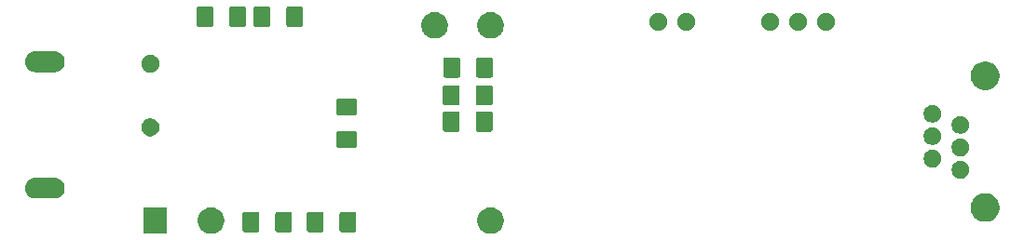
<source format=gbs>
G04 #@! TF.GenerationSoftware,KiCad,Pcbnew,(5.1.6)-1*
G04 #@! TF.CreationDate,2020-11-26T14:04:52+01:00*
G04 #@! TF.ProjectId,IsolationBarrier,49736f6c-6174-4696-9f6e-426172726965,rev?*
G04 #@! TF.SameCoordinates,Original*
G04 #@! TF.FileFunction,Soldermask,Bot*
G04 #@! TF.FilePolarity,Negative*
%FSLAX46Y46*%
G04 Gerber Fmt 4.6, Leading zero omitted, Abs format (unit mm)*
G04 Created by KiCad (PCBNEW (5.1.6)-1) date 2020-11-26 14:04:52*
%MOMM*%
%LPD*%
G01*
G04 APERTURE LIST*
%ADD10C,0.100000*%
G04 APERTURE END LIST*
D10*
G36*
X47582000Y-108742300D02*
G01*
X45480000Y-108742300D01*
X45480000Y-106340300D01*
X47582000Y-106340300D01*
X47582000Y-108742300D01*
G37*
G36*
X51961318Y-106386453D02*
G01*
X52179885Y-106476987D01*
X52179887Y-106476988D01*
X52376593Y-106608422D01*
X52543878Y-106775707D01*
X52665635Y-106957931D01*
X52675313Y-106972415D01*
X52765847Y-107190982D01*
X52812000Y-107423010D01*
X52812000Y-107659590D01*
X52765847Y-107891618D01*
X52675313Y-108110185D01*
X52675312Y-108110187D01*
X52543878Y-108306893D01*
X52376593Y-108474178D01*
X52179887Y-108605612D01*
X52179886Y-108605613D01*
X52179885Y-108605613D01*
X51961318Y-108696147D01*
X51729290Y-108742300D01*
X51492710Y-108742300D01*
X51260682Y-108696147D01*
X51042115Y-108605613D01*
X51042114Y-108605613D01*
X51042113Y-108605612D01*
X50845407Y-108474178D01*
X50678122Y-108306893D01*
X50546688Y-108110187D01*
X50546687Y-108110185D01*
X50456153Y-107891618D01*
X50410000Y-107659590D01*
X50410000Y-107423010D01*
X50456153Y-107190982D01*
X50546687Y-106972415D01*
X50556365Y-106957931D01*
X50678122Y-106775707D01*
X50845407Y-106608422D01*
X51042113Y-106476988D01*
X51042115Y-106476987D01*
X51260682Y-106386453D01*
X51492710Y-106340300D01*
X51729290Y-106340300D01*
X51961318Y-106386453D01*
G37*
G36*
X77361318Y-106386453D02*
G01*
X77579885Y-106476987D01*
X77579887Y-106476988D01*
X77776593Y-106608422D01*
X77943878Y-106775707D01*
X78065635Y-106957931D01*
X78075313Y-106972415D01*
X78165847Y-107190982D01*
X78212000Y-107423010D01*
X78212000Y-107659590D01*
X78165847Y-107891618D01*
X78075313Y-108110185D01*
X78075312Y-108110187D01*
X77943878Y-108306893D01*
X77776593Y-108474178D01*
X77579887Y-108605612D01*
X77579886Y-108605613D01*
X77579885Y-108605613D01*
X77361318Y-108696147D01*
X77129290Y-108742300D01*
X76892710Y-108742300D01*
X76660682Y-108696147D01*
X76442115Y-108605613D01*
X76442114Y-108605613D01*
X76442113Y-108605612D01*
X76245407Y-108474178D01*
X76078122Y-108306893D01*
X75946688Y-108110187D01*
X75946687Y-108110185D01*
X75856153Y-107891618D01*
X75810000Y-107659590D01*
X75810000Y-107423010D01*
X75856153Y-107190982D01*
X75946687Y-106972415D01*
X75956365Y-106957931D01*
X76078122Y-106775707D01*
X76245407Y-106608422D01*
X76442113Y-106476988D01*
X76442115Y-106476987D01*
X76660682Y-106386453D01*
X76892710Y-106340300D01*
X77129290Y-106340300D01*
X77361318Y-106386453D01*
G37*
G36*
X58828062Y-106746481D02*
G01*
X58862981Y-106757074D01*
X58895163Y-106774276D01*
X58923373Y-106797427D01*
X58946524Y-106825637D01*
X58963726Y-106857819D01*
X58974319Y-106892738D01*
X58978500Y-106935195D01*
X58978500Y-108401405D01*
X58974319Y-108443862D01*
X58963726Y-108478781D01*
X58946524Y-108510963D01*
X58923373Y-108539173D01*
X58895163Y-108562324D01*
X58862981Y-108579526D01*
X58828062Y-108590119D01*
X58785605Y-108594300D01*
X57644395Y-108594300D01*
X57601938Y-108590119D01*
X57567019Y-108579526D01*
X57534837Y-108562324D01*
X57506627Y-108539173D01*
X57483476Y-108510963D01*
X57466274Y-108478781D01*
X57455681Y-108443862D01*
X57451500Y-108401405D01*
X57451500Y-106935195D01*
X57455681Y-106892738D01*
X57466274Y-106857819D01*
X57483476Y-106825637D01*
X57506627Y-106797427D01*
X57534837Y-106774276D01*
X57567019Y-106757074D01*
X57601938Y-106746481D01*
X57644395Y-106742300D01*
X58785605Y-106742300D01*
X58828062Y-106746481D01*
G37*
G36*
X55853062Y-106746481D02*
G01*
X55887981Y-106757074D01*
X55920163Y-106774276D01*
X55948373Y-106797427D01*
X55971524Y-106825637D01*
X55988726Y-106857819D01*
X55999319Y-106892738D01*
X56003500Y-106935195D01*
X56003500Y-108401405D01*
X55999319Y-108443862D01*
X55988726Y-108478781D01*
X55971524Y-108510963D01*
X55948373Y-108539173D01*
X55920163Y-108562324D01*
X55887981Y-108579526D01*
X55853062Y-108590119D01*
X55810605Y-108594300D01*
X54669395Y-108594300D01*
X54626938Y-108590119D01*
X54592019Y-108579526D01*
X54559837Y-108562324D01*
X54531627Y-108539173D01*
X54508476Y-108510963D01*
X54491274Y-108478781D01*
X54480681Y-108443862D01*
X54476500Y-108401405D01*
X54476500Y-106935195D01*
X54480681Y-106892738D01*
X54491274Y-106857819D01*
X54508476Y-106825637D01*
X54531627Y-106797427D01*
X54559837Y-106774276D01*
X54592019Y-106757074D01*
X54626938Y-106746481D01*
X54669395Y-106742300D01*
X55810605Y-106742300D01*
X55853062Y-106746481D01*
G37*
G36*
X64670062Y-106746481D02*
G01*
X64704981Y-106757074D01*
X64737163Y-106774276D01*
X64765373Y-106797427D01*
X64788524Y-106825637D01*
X64805726Y-106857819D01*
X64816319Y-106892738D01*
X64820500Y-106935195D01*
X64820500Y-108401405D01*
X64816319Y-108443862D01*
X64805726Y-108478781D01*
X64788524Y-108510963D01*
X64765373Y-108539173D01*
X64737163Y-108562324D01*
X64704981Y-108579526D01*
X64670062Y-108590119D01*
X64627605Y-108594300D01*
X63486395Y-108594300D01*
X63443938Y-108590119D01*
X63409019Y-108579526D01*
X63376837Y-108562324D01*
X63348627Y-108539173D01*
X63325476Y-108510963D01*
X63308274Y-108478781D01*
X63297681Y-108443862D01*
X63293500Y-108401405D01*
X63293500Y-106935195D01*
X63297681Y-106892738D01*
X63308274Y-106857819D01*
X63325476Y-106825637D01*
X63348627Y-106797427D01*
X63376837Y-106774276D01*
X63409019Y-106757074D01*
X63443938Y-106746481D01*
X63486395Y-106742300D01*
X64627605Y-106742300D01*
X64670062Y-106746481D01*
G37*
G36*
X61695062Y-106746481D02*
G01*
X61729981Y-106757074D01*
X61762163Y-106774276D01*
X61790373Y-106797427D01*
X61813524Y-106825637D01*
X61830726Y-106857819D01*
X61841319Y-106892738D01*
X61845500Y-106935195D01*
X61845500Y-108401405D01*
X61841319Y-108443862D01*
X61830726Y-108478781D01*
X61813524Y-108510963D01*
X61790373Y-108539173D01*
X61762163Y-108562324D01*
X61729981Y-108579526D01*
X61695062Y-108590119D01*
X61652605Y-108594300D01*
X60511395Y-108594300D01*
X60468938Y-108590119D01*
X60434019Y-108579526D01*
X60401837Y-108562324D01*
X60373627Y-108539173D01*
X60350476Y-108510963D01*
X60333274Y-108478781D01*
X60322681Y-108443862D01*
X60318500Y-108401405D01*
X60318500Y-106935195D01*
X60322681Y-106892738D01*
X60333274Y-106857819D01*
X60350476Y-106825637D01*
X60373627Y-106797427D01*
X60401837Y-106774276D01*
X60434019Y-106757074D01*
X60468938Y-106746481D01*
X60511395Y-106742300D01*
X61652605Y-106742300D01*
X61695062Y-106746481D01*
G37*
G36*
X122330587Y-105107696D02*
G01*
X122567353Y-105205768D01*
X122567355Y-105205769D01*
X122659760Y-105267512D01*
X122780439Y-105348147D01*
X122961653Y-105529361D01*
X123104032Y-105742447D01*
X123202104Y-105979213D01*
X123252100Y-106230561D01*
X123252100Y-106486839D01*
X123202104Y-106738187D01*
X123131899Y-106907676D01*
X123104031Y-106974955D01*
X122961653Y-107188039D01*
X122780439Y-107369253D01*
X122567355Y-107511631D01*
X122567354Y-107511632D01*
X122567353Y-107511632D01*
X122330587Y-107609704D01*
X122079239Y-107659700D01*
X121822961Y-107659700D01*
X121571613Y-107609704D01*
X121334847Y-107511632D01*
X121334846Y-107511632D01*
X121334845Y-107511631D01*
X121121761Y-107369253D01*
X120940547Y-107188039D01*
X120798169Y-106974955D01*
X120770301Y-106907676D01*
X120700096Y-106738187D01*
X120650100Y-106486839D01*
X120650100Y-106230561D01*
X120700096Y-105979213D01*
X120798168Y-105742447D01*
X120940547Y-105529361D01*
X121121761Y-105348147D01*
X121242440Y-105267512D01*
X121334845Y-105205769D01*
X121334847Y-105205768D01*
X121571613Y-105107696D01*
X121822961Y-105057700D01*
X122079239Y-105057700D01*
X122330587Y-105107696D01*
G37*
G36*
X37544425Y-103654560D02*
G01*
X37544428Y-103654561D01*
X37544429Y-103654561D01*
X37723693Y-103708940D01*
X37723696Y-103708942D01*
X37723697Y-103708942D01*
X37888903Y-103797246D01*
X38033712Y-103916088D01*
X38152554Y-104060897D01*
X38240858Y-104226103D01*
X38240860Y-104226107D01*
X38295239Y-104405371D01*
X38295240Y-104405375D01*
X38313601Y-104591800D01*
X38295240Y-104778225D01*
X38295239Y-104778228D01*
X38295239Y-104778229D01*
X38240860Y-104957493D01*
X38240858Y-104957496D01*
X38240858Y-104957497D01*
X38152554Y-105122703D01*
X38033712Y-105267512D01*
X37888903Y-105386354D01*
X37723697Y-105474658D01*
X37723693Y-105474660D01*
X37544429Y-105529039D01*
X37544428Y-105529039D01*
X37544425Y-105529040D01*
X37404718Y-105542800D01*
X35611282Y-105542800D01*
X35471575Y-105529040D01*
X35471572Y-105529039D01*
X35471571Y-105529039D01*
X35292307Y-105474660D01*
X35292303Y-105474658D01*
X35127097Y-105386354D01*
X34982288Y-105267512D01*
X34863446Y-105122703D01*
X34775142Y-104957497D01*
X34775142Y-104957496D01*
X34775140Y-104957493D01*
X34720761Y-104778229D01*
X34720761Y-104778228D01*
X34720760Y-104778225D01*
X34702399Y-104591800D01*
X34720760Y-104405375D01*
X34720761Y-104405371D01*
X34775140Y-104226107D01*
X34775142Y-104226103D01*
X34863446Y-104060897D01*
X34982288Y-103916088D01*
X35127097Y-103797246D01*
X35292303Y-103708942D01*
X35292304Y-103708942D01*
X35292307Y-103708940D01*
X35471571Y-103654561D01*
X35471572Y-103654561D01*
X35471575Y-103654560D01*
X35611282Y-103640800D01*
X37404718Y-103640800D01*
X37544425Y-103654560D01*
G37*
G36*
X119953242Y-102126942D02*
G01*
X120101201Y-102188229D01*
X120234355Y-102277199D01*
X120347601Y-102390445D01*
X120436571Y-102523599D01*
X120497858Y-102671558D01*
X120529100Y-102828625D01*
X120529100Y-102988775D01*
X120497858Y-103145842D01*
X120436571Y-103293801D01*
X120347601Y-103426955D01*
X120234355Y-103540201D01*
X120101201Y-103629171D01*
X119953242Y-103690458D01*
X119796175Y-103721700D01*
X119636025Y-103721700D01*
X119478958Y-103690458D01*
X119330999Y-103629171D01*
X119197845Y-103540201D01*
X119084599Y-103426955D01*
X118995629Y-103293801D01*
X118934342Y-103145842D01*
X118903100Y-102988775D01*
X118903100Y-102828625D01*
X118934342Y-102671558D01*
X118995629Y-102523599D01*
X119084599Y-102390445D01*
X119197845Y-102277199D01*
X119330999Y-102188229D01*
X119478958Y-102126942D01*
X119636025Y-102095700D01*
X119796175Y-102095700D01*
X119953242Y-102126942D01*
G37*
G36*
X117413242Y-101106942D02*
G01*
X117561201Y-101168229D01*
X117694355Y-101257199D01*
X117807601Y-101370445D01*
X117896571Y-101503599D01*
X117957858Y-101651558D01*
X117989100Y-101808625D01*
X117989100Y-101968775D01*
X117957858Y-102125842D01*
X117896571Y-102273801D01*
X117807601Y-102406955D01*
X117694355Y-102520201D01*
X117561201Y-102609171D01*
X117413242Y-102670458D01*
X117256175Y-102701700D01*
X117096025Y-102701700D01*
X116938958Y-102670458D01*
X116790999Y-102609171D01*
X116657845Y-102520201D01*
X116544599Y-102406955D01*
X116455629Y-102273801D01*
X116394342Y-102125842D01*
X116363100Y-101968775D01*
X116363100Y-101808625D01*
X116394342Y-101651558D01*
X116455629Y-101503599D01*
X116544599Y-101370445D01*
X116657845Y-101257199D01*
X116790999Y-101168229D01*
X116938958Y-101106942D01*
X117096025Y-101075700D01*
X117256175Y-101075700D01*
X117413242Y-101106942D01*
G37*
G36*
X119953242Y-100086942D02*
G01*
X120101201Y-100148229D01*
X120234355Y-100237199D01*
X120347601Y-100350445D01*
X120436571Y-100483599D01*
X120497858Y-100631558D01*
X120529100Y-100788625D01*
X120529100Y-100948775D01*
X120497858Y-101105842D01*
X120436571Y-101253801D01*
X120347601Y-101386955D01*
X120234355Y-101500201D01*
X120101201Y-101589171D01*
X119953242Y-101650458D01*
X119796175Y-101681700D01*
X119636025Y-101681700D01*
X119478958Y-101650458D01*
X119330999Y-101589171D01*
X119197845Y-101500201D01*
X119084599Y-101386955D01*
X118995629Y-101253801D01*
X118934342Y-101105842D01*
X118903100Y-100948775D01*
X118903100Y-100788625D01*
X118934342Y-100631558D01*
X118995629Y-100483599D01*
X119084599Y-100350445D01*
X119197845Y-100237199D01*
X119330999Y-100148229D01*
X119478958Y-100086942D01*
X119636025Y-100055700D01*
X119796175Y-100055700D01*
X119953242Y-100086942D01*
G37*
G36*
X64705562Y-99415981D02*
G01*
X64740481Y-99426574D01*
X64772663Y-99443776D01*
X64800873Y-99466927D01*
X64824024Y-99495137D01*
X64841226Y-99527319D01*
X64851819Y-99562238D01*
X64856000Y-99604695D01*
X64856000Y-100745905D01*
X64851819Y-100788362D01*
X64841226Y-100823281D01*
X64824024Y-100855463D01*
X64800873Y-100883673D01*
X64772663Y-100906824D01*
X64740481Y-100924026D01*
X64705562Y-100934619D01*
X64663105Y-100938800D01*
X63196895Y-100938800D01*
X63154438Y-100934619D01*
X63119519Y-100924026D01*
X63087337Y-100906824D01*
X63059127Y-100883673D01*
X63035976Y-100855463D01*
X63018774Y-100823281D01*
X63008181Y-100788362D01*
X63004000Y-100745905D01*
X63004000Y-99604695D01*
X63008181Y-99562238D01*
X63018774Y-99527319D01*
X63035976Y-99495137D01*
X63059127Y-99466927D01*
X63087337Y-99443776D01*
X63119519Y-99426574D01*
X63154438Y-99415981D01*
X63196895Y-99411800D01*
X64663105Y-99411800D01*
X64705562Y-99415981D01*
G37*
G36*
X117413242Y-99066942D02*
G01*
X117561201Y-99128229D01*
X117694355Y-99217199D01*
X117807601Y-99330445D01*
X117896571Y-99463599D01*
X117957858Y-99611558D01*
X117989100Y-99768625D01*
X117989100Y-99928775D01*
X117957858Y-100085842D01*
X117896571Y-100233801D01*
X117807601Y-100366955D01*
X117694355Y-100480201D01*
X117561201Y-100569171D01*
X117413242Y-100630458D01*
X117256175Y-100661700D01*
X117096025Y-100661700D01*
X116938958Y-100630458D01*
X116790999Y-100569171D01*
X116657845Y-100480201D01*
X116544599Y-100366955D01*
X116455629Y-100233801D01*
X116394342Y-100085842D01*
X116363100Y-99928775D01*
X116363100Y-99768625D01*
X116394342Y-99611558D01*
X116455629Y-99463599D01*
X116544599Y-99330445D01*
X116657845Y-99217199D01*
X116790999Y-99128229D01*
X116938958Y-99066942D01*
X117096025Y-99035700D01*
X117256175Y-99035700D01*
X117413242Y-99066942D01*
G37*
G36*
X46328942Y-98281742D02*
G01*
X46476901Y-98343029D01*
X46610055Y-98431999D01*
X46723301Y-98545245D01*
X46812271Y-98678399D01*
X46873558Y-98826358D01*
X46904800Y-98983425D01*
X46904800Y-99143575D01*
X46873558Y-99300642D01*
X46812271Y-99448601D01*
X46723301Y-99581755D01*
X46610055Y-99695001D01*
X46476901Y-99783971D01*
X46328942Y-99845258D01*
X46171875Y-99876500D01*
X46011725Y-99876500D01*
X45854658Y-99845258D01*
X45706699Y-99783971D01*
X45573545Y-99695001D01*
X45460299Y-99581755D01*
X45371329Y-99448601D01*
X45310042Y-99300642D01*
X45278800Y-99143575D01*
X45278800Y-98983425D01*
X45310042Y-98826358D01*
X45371329Y-98678399D01*
X45460299Y-98545245D01*
X45573545Y-98431999D01*
X45706699Y-98343029D01*
X45854658Y-98281742D01*
X46011725Y-98250500D01*
X46171875Y-98250500D01*
X46328942Y-98281742D01*
G37*
G36*
X119953242Y-98046942D02*
G01*
X120101201Y-98108229D01*
X120234355Y-98197199D01*
X120347601Y-98310445D01*
X120436571Y-98443599D01*
X120497858Y-98591558D01*
X120529100Y-98748625D01*
X120529100Y-98908775D01*
X120497858Y-99065842D01*
X120436571Y-99213801D01*
X120347601Y-99346955D01*
X120234355Y-99460201D01*
X120101201Y-99549171D01*
X119953242Y-99610458D01*
X119796175Y-99641700D01*
X119636025Y-99641700D01*
X119478958Y-99610458D01*
X119330999Y-99549171D01*
X119197845Y-99460201D01*
X119084599Y-99346955D01*
X118995629Y-99213801D01*
X118934342Y-99065842D01*
X118903100Y-98908775D01*
X118903100Y-98748625D01*
X118934342Y-98591558D01*
X118995629Y-98443599D01*
X119084599Y-98310445D01*
X119197845Y-98197199D01*
X119330999Y-98108229D01*
X119478958Y-98046942D01*
X119636025Y-98015700D01*
X119796175Y-98015700D01*
X119953242Y-98046942D01*
G37*
G36*
X77035662Y-97608281D02*
G01*
X77070581Y-97618874D01*
X77102763Y-97636076D01*
X77130973Y-97659227D01*
X77154124Y-97687437D01*
X77171326Y-97719619D01*
X77181919Y-97754538D01*
X77186100Y-97796995D01*
X77186100Y-99263205D01*
X77181919Y-99305662D01*
X77171326Y-99340581D01*
X77154124Y-99372763D01*
X77130973Y-99400973D01*
X77102763Y-99424124D01*
X77070581Y-99441326D01*
X77035662Y-99451919D01*
X76993205Y-99456100D01*
X75851995Y-99456100D01*
X75809538Y-99451919D01*
X75774619Y-99441326D01*
X75742437Y-99424124D01*
X75714227Y-99400973D01*
X75691076Y-99372763D01*
X75673874Y-99340581D01*
X75663281Y-99305662D01*
X75659100Y-99263205D01*
X75659100Y-97796995D01*
X75663281Y-97754538D01*
X75673874Y-97719619D01*
X75691076Y-97687437D01*
X75714227Y-97659227D01*
X75742437Y-97636076D01*
X75774619Y-97618874D01*
X75809538Y-97608281D01*
X75851995Y-97604100D01*
X76993205Y-97604100D01*
X77035662Y-97608281D01*
G37*
G36*
X74060662Y-97608281D02*
G01*
X74095581Y-97618874D01*
X74127763Y-97636076D01*
X74155973Y-97659227D01*
X74179124Y-97687437D01*
X74196326Y-97719619D01*
X74206919Y-97754538D01*
X74211100Y-97796995D01*
X74211100Y-99263205D01*
X74206919Y-99305662D01*
X74196326Y-99340581D01*
X74179124Y-99372763D01*
X74155973Y-99400973D01*
X74127763Y-99424124D01*
X74095581Y-99441326D01*
X74060662Y-99451919D01*
X74018205Y-99456100D01*
X72876995Y-99456100D01*
X72834538Y-99451919D01*
X72799619Y-99441326D01*
X72767437Y-99424124D01*
X72739227Y-99400973D01*
X72716076Y-99372763D01*
X72698874Y-99340581D01*
X72688281Y-99305662D01*
X72684100Y-99263205D01*
X72684100Y-97796995D01*
X72688281Y-97754538D01*
X72698874Y-97719619D01*
X72716076Y-97687437D01*
X72739227Y-97659227D01*
X72767437Y-97636076D01*
X72799619Y-97618874D01*
X72834538Y-97608281D01*
X72876995Y-97604100D01*
X74018205Y-97604100D01*
X74060662Y-97608281D01*
G37*
G36*
X117413242Y-97026942D02*
G01*
X117561201Y-97088229D01*
X117694355Y-97177199D01*
X117807601Y-97290445D01*
X117896571Y-97423599D01*
X117957858Y-97571558D01*
X117989100Y-97728625D01*
X117989100Y-97888775D01*
X117957858Y-98045842D01*
X117896571Y-98193801D01*
X117807601Y-98326955D01*
X117694355Y-98440201D01*
X117561201Y-98529171D01*
X117413242Y-98590458D01*
X117256175Y-98621700D01*
X117096025Y-98621700D01*
X116938958Y-98590458D01*
X116790999Y-98529171D01*
X116657845Y-98440201D01*
X116544599Y-98326955D01*
X116455629Y-98193801D01*
X116394342Y-98045842D01*
X116363100Y-97888775D01*
X116363100Y-97728625D01*
X116394342Y-97571558D01*
X116455629Y-97423599D01*
X116544599Y-97290445D01*
X116657845Y-97177199D01*
X116790999Y-97088229D01*
X116938958Y-97026942D01*
X117096025Y-96995700D01*
X117256175Y-96995700D01*
X117413242Y-97026942D01*
G37*
G36*
X64705562Y-96440981D02*
G01*
X64740481Y-96451574D01*
X64772663Y-96468776D01*
X64800873Y-96491927D01*
X64824024Y-96520137D01*
X64841226Y-96552319D01*
X64851819Y-96587238D01*
X64856000Y-96629695D01*
X64856000Y-97770905D01*
X64851819Y-97813362D01*
X64841226Y-97848281D01*
X64824024Y-97880463D01*
X64800873Y-97908673D01*
X64772663Y-97931824D01*
X64740481Y-97949026D01*
X64705562Y-97959619D01*
X64663105Y-97963800D01*
X63196895Y-97963800D01*
X63154438Y-97959619D01*
X63119519Y-97949026D01*
X63087337Y-97931824D01*
X63059127Y-97908673D01*
X63035976Y-97880463D01*
X63018774Y-97848281D01*
X63008181Y-97813362D01*
X63004000Y-97770905D01*
X63004000Y-96629695D01*
X63008181Y-96587238D01*
X63018774Y-96552319D01*
X63035976Y-96520137D01*
X63059127Y-96491927D01*
X63087337Y-96468776D01*
X63119519Y-96451574D01*
X63154438Y-96440981D01*
X63196895Y-96436800D01*
X64663105Y-96436800D01*
X64705562Y-96440981D01*
G37*
G36*
X74060662Y-95220681D02*
G01*
X74095581Y-95231274D01*
X74127763Y-95248476D01*
X74155973Y-95271627D01*
X74179124Y-95299837D01*
X74196326Y-95332019D01*
X74206919Y-95366938D01*
X74211100Y-95409395D01*
X74211100Y-96875605D01*
X74206919Y-96918062D01*
X74196326Y-96952981D01*
X74179124Y-96985163D01*
X74155973Y-97013373D01*
X74127763Y-97036524D01*
X74095581Y-97053726D01*
X74060662Y-97064319D01*
X74018205Y-97068500D01*
X72876995Y-97068500D01*
X72834538Y-97064319D01*
X72799619Y-97053726D01*
X72767437Y-97036524D01*
X72739227Y-97013373D01*
X72716076Y-96985163D01*
X72698874Y-96952981D01*
X72688281Y-96918062D01*
X72684100Y-96875605D01*
X72684100Y-95409395D01*
X72688281Y-95366938D01*
X72698874Y-95332019D01*
X72716076Y-95299837D01*
X72739227Y-95271627D01*
X72767437Y-95248476D01*
X72799619Y-95231274D01*
X72834538Y-95220681D01*
X72876995Y-95216500D01*
X74018205Y-95216500D01*
X74060662Y-95220681D01*
G37*
G36*
X77035662Y-95220681D02*
G01*
X77070581Y-95231274D01*
X77102763Y-95248476D01*
X77130973Y-95271627D01*
X77154124Y-95299837D01*
X77171326Y-95332019D01*
X77181919Y-95366938D01*
X77186100Y-95409395D01*
X77186100Y-96875605D01*
X77181919Y-96918062D01*
X77171326Y-96952981D01*
X77154124Y-96985163D01*
X77130973Y-97013373D01*
X77102763Y-97036524D01*
X77070581Y-97053726D01*
X77035662Y-97064319D01*
X76993205Y-97068500D01*
X75851995Y-97068500D01*
X75809538Y-97064319D01*
X75774619Y-97053726D01*
X75742437Y-97036524D01*
X75714227Y-97013373D01*
X75691076Y-96985163D01*
X75673874Y-96952981D01*
X75663281Y-96918062D01*
X75659100Y-96875605D01*
X75659100Y-95409395D01*
X75663281Y-95366938D01*
X75673874Y-95332019D01*
X75691076Y-95299837D01*
X75714227Y-95271627D01*
X75742437Y-95248476D01*
X75774619Y-95231274D01*
X75809538Y-95220681D01*
X75851995Y-95216500D01*
X76993205Y-95216500D01*
X77035662Y-95220681D01*
G37*
G36*
X122330587Y-93107696D02*
G01*
X122567353Y-93205768D01*
X122567355Y-93205769D01*
X122780439Y-93348147D01*
X122961653Y-93529361D01*
X123041327Y-93648601D01*
X123104032Y-93742447D01*
X123202104Y-93979213D01*
X123252100Y-94230561D01*
X123252100Y-94486839D01*
X123202104Y-94738187D01*
X123104032Y-94974953D01*
X123104031Y-94974955D01*
X122961653Y-95188039D01*
X122780439Y-95369253D01*
X122567355Y-95511631D01*
X122567354Y-95511632D01*
X122567353Y-95511632D01*
X122330587Y-95609704D01*
X122079239Y-95659700D01*
X121822961Y-95659700D01*
X121571613Y-95609704D01*
X121334847Y-95511632D01*
X121334846Y-95511632D01*
X121334845Y-95511631D01*
X121121761Y-95369253D01*
X120940547Y-95188039D01*
X120798169Y-94974955D01*
X120798168Y-94974953D01*
X120700096Y-94738187D01*
X120650100Y-94486839D01*
X120650100Y-94230561D01*
X120700096Y-93979213D01*
X120798168Y-93742447D01*
X120860874Y-93648601D01*
X120940547Y-93529361D01*
X121121761Y-93348147D01*
X121334845Y-93205769D01*
X121334847Y-93205768D01*
X121571613Y-93107696D01*
X121822961Y-93057700D01*
X122079239Y-93057700D01*
X122330587Y-93107696D01*
G37*
G36*
X77069762Y-92694281D02*
G01*
X77104681Y-92704874D01*
X77136863Y-92722076D01*
X77165073Y-92745227D01*
X77188224Y-92773437D01*
X77205426Y-92805619D01*
X77216019Y-92840538D01*
X77220200Y-92882995D01*
X77220200Y-94349205D01*
X77216019Y-94391662D01*
X77205426Y-94426581D01*
X77188224Y-94458763D01*
X77165073Y-94486973D01*
X77136863Y-94510124D01*
X77104681Y-94527326D01*
X77069762Y-94537919D01*
X77027305Y-94542100D01*
X75886095Y-94542100D01*
X75843638Y-94537919D01*
X75808719Y-94527326D01*
X75776537Y-94510124D01*
X75748327Y-94486973D01*
X75725176Y-94458763D01*
X75707974Y-94426581D01*
X75697381Y-94391662D01*
X75693200Y-94349205D01*
X75693200Y-92882995D01*
X75697381Y-92840538D01*
X75707974Y-92805619D01*
X75725176Y-92773437D01*
X75748327Y-92745227D01*
X75776537Y-92722076D01*
X75808719Y-92704874D01*
X75843638Y-92694281D01*
X75886095Y-92690100D01*
X77027305Y-92690100D01*
X77069762Y-92694281D01*
G37*
G36*
X74094762Y-92694281D02*
G01*
X74129681Y-92704874D01*
X74161863Y-92722076D01*
X74190073Y-92745227D01*
X74213224Y-92773437D01*
X74230426Y-92805619D01*
X74241019Y-92840538D01*
X74245200Y-92882995D01*
X74245200Y-94349205D01*
X74241019Y-94391662D01*
X74230426Y-94426581D01*
X74213224Y-94458763D01*
X74190073Y-94486973D01*
X74161863Y-94510124D01*
X74129681Y-94527326D01*
X74094762Y-94537919D01*
X74052305Y-94542100D01*
X72911095Y-94542100D01*
X72868638Y-94537919D01*
X72833719Y-94527326D01*
X72801537Y-94510124D01*
X72773327Y-94486973D01*
X72750176Y-94458763D01*
X72732974Y-94426581D01*
X72722381Y-94391662D01*
X72718200Y-94349205D01*
X72718200Y-92882995D01*
X72722381Y-92840538D01*
X72732974Y-92805619D01*
X72750176Y-92773437D01*
X72773327Y-92745227D01*
X72801537Y-92722076D01*
X72833719Y-92704874D01*
X72868638Y-92694281D01*
X72911095Y-92690100D01*
X74052305Y-92690100D01*
X74094762Y-92694281D01*
G37*
G36*
X46328942Y-92481742D02*
G01*
X46476901Y-92543029D01*
X46610055Y-92631999D01*
X46723301Y-92745245D01*
X46812271Y-92878399D01*
X46873558Y-93026358D01*
X46904800Y-93183425D01*
X46904800Y-93343575D01*
X46873558Y-93500642D01*
X46812271Y-93648601D01*
X46723301Y-93781755D01*
X46610055Y-93895001D01*
X46476901Y-93983971D01*
X46328942Y-94045258D01*
X46171875Y-94076500D01*
X46011725Y-94076500D01*
X45854658Y-94045258D01*
X45706699Y-93983971D01*
X45573545Y-93895001D01*
X45460299Y-93781755D01*
X45371329Y-93648601D01*
X45310042Y-93500642D01*
X45278800Y-93343575D01*
X45278800Y-93183425D01*
X45310042Y-93026358D01*
X45371329Y-92878399D01*
X45460299Y-92745245D01*
X45573545Y-92631999D01*
X45706699Y-92543029D01*
X45854658Y-92481742D01*
X46011725Y-92450500D01*
X46171875Y-92450500D01*
X46328942Y-92481742D01*
G37*
G36*
X37544425Y-92154560D02*
G01*
X37544428Y-92154561D01*
X37544429Y-92154561D01*
X37723693Y-92208940D01*
X37723696Y-92208942D01*
X37723697Y-92208942D01*
X37888903Y-92297246D01*
X38033712Y-92416088D01*
X38152554Y-92560897D01*
X38240858Y-92726103D01*
X38240860Y-92726107D01*
X38287057Y-92878399D01*
X38295240Y-92905375D01*
X38313601Y-93091800D01*
X38295240Y-93278225D01*
X38295239Y-93278228D01*
X38295239Y-93278229D01*
X38240860Y-93457493D01*
X38240858Y-93457496D01*
X38240858Y-93457497D01*
X38152554Y-93622703D01*
X38033712Y-93767512D01*
X37888903Y-93886354D01*
X37723697Y-93974658D01*
X37723693Y-93974660D01*
X37544429Y-94029039D01*
X37544428Y-94029039D01*
X37544425Y-94029040D01*
X37404718Y-94042800D01*
X35611282Y-94042800D01*
X35471575Y-94029040D01*
X35471572Y-94029039D01*
X35471571Y-94029039D01*
X35292307Y-93974660D01*
X35292303Y-93974658D01*
X35127097Y-93886354D01*
X34982288Y-93767512D01*
X34863446Y-93622703D01*
X34775142Y-93457497D01*
X34775142Y-93457496D01*
X34775140Y-93457493D01*
X34720761Y-93278229D01*
X34720761Y-93278228D01*
X34720760Y-93278225D01*
X34702399Y-93091800D01*
X34720760Y-92905375D01*
X34728943Y-92878399D01*
X34775140Y-92726107D01*
X34775142Y-92726103D01*
X34863446Y-92560897D01*
X34982288Y-92416088D01*
X35127097Y-92297246D01*
X35292303Y-92208942D01*
X35292304Y-92208942D01*
X35292307Y-92208940D01*
X35471571Y-92154561D01*
X35471572Y-92154561D01*
X35471575Y-92154560D01*
X35611282Y-92140800D01*
X37404718Y-92140800D01*
X37544425Y-92154560D01*
G37*
G36*
X72281318Y-88606453D02*
G01*
X72499885Y-88696987D01*
X72499887Y-88696988D01*
X72696593Y-88828422D01*
X72863878Y-88995707D01*
X72905968Y-89058700D01*
X72995313Y-89192415D01*
X73085847Y-89410982D01*
X73132000Y-89643010D01*
X73132000Y-89879590D01*
X73085847Y-90111618D01*
X73038651Y-90225558D01*
X72995312Y-90330187D01*
X72863878Y-90526893D01*
X72696593Y-90694178D01*
X72499887Y-90825612D01*
X72499886Y-90825613D01*
X72499885Y-90825613D01*
X72281318Y-90916147D01*
X72049290Y-90962300D01*
X71812710Y-90962300D01*
X71580682Y-90916147D01*
X71362115Y-90825613D01*
X71362114Y-90825613D01*
X71362113Y-90825612D01*
X71165407Y-90694178D01*
X70998122Y-90526893D01*
X70866688Y-90330187D01*
X70823349Y-90225558D01*
X70776153Y-90111618D01*
X70730000Y-89879590D01*
X70730000Y-89643010D01*
X70776153Y-89410982D01*
X70866687Y-89192415D01*
X70956032Y-89058700D01*
X70998122Y-88995707D01*
X71165407Y-88828422D01*
X71362113Y-88696988D01*
X71362115Y-88696987D01*
X71580682Y-88606453D01*
X71812710Y-88560300D01*
X72049290Y-88560300D01*
X72281318Y-88606453D01*
G37*
G36*
X77361318Y-88606453D02*
G01*
X77579885Y-88696987D01*
X77579887Y-88696988D01*
X77776593Y-88828422D01*
X77943878Y-88995707D01*
X77985968Y-89058700D01*
X78075313Y-89192415D01*
X78165847Y-89410982D01*
X78212000Y-89643010D01*
X78212000Y-89879590D01*
X78165847Y-90111618D01*
X78118651Y-90225558D01*
X78075312Y-90330187D01*
X77943878Y-90526893D01*
X77776593Y-90694178D01*
X77579887Y-90825612D01*
X77579886Y-90825613D01*
X77579885Y-90825613D01*
X77361318Y-90916147D01*
X77129290Y-90962300D01*
X76892710Y-90962300D01*
X76660682Y-90916147D01*
X76442115Y-90825613D01*
X76442114Y-90825613D01*
X76442113Y-90825612D01*
X76245407Y-90694178D01*
X76078122Y-90526893D01*
X75946688Y-90330187D01*
X75903349Y-90225558D01*
X75856153Y-90111618D01*
X75810000Y-89879590D01*
X75810000Y-89643010D01*
X75856153Y-89410982D01*
X75946687Y-89192415D01*
X76036032Y-89058700D01*
X76078122Y-88995707D01*
X76245407Y-88828422D01*
X76442113Y-88696988D01*
X76442115Y-88696987D01*
X76660682Y-88606453D01*
X76892710Y-88560300D01*
X77129290Y-88560300D01*
X77361318Y-88606453D01*
G37*
G36*
X107728142Y-88662042D02*
G01*
X107876101Y-88723329D01*
X108009255Y-88812299D01*
X108122501Y-88925545D01*
X108211471Y-89058699D01*
X108272758Y-89206658D01*
X108304000Y-89363725D01*
X108304000Y-89523875D01*
X108272758Y-89680942D01*
X108211471Y-89828901D01*
X108122501Y-89962055D01*
X108009255Y-90075301D01*
X107876101Y-90164271D01*
X107728142Y-90225558D01*
X107571075Y-90256800D01*
X107410925Y-90256800D01*
X107253858Y-90225558D01*
X107105899Y-90164271D01*
X106972745Y-90075301D01*
X106859499Y-89962055D01*
X106770529Y-89828901D01*
X106709242Y-89680942D01*
X106678000Y-89523875D01*
X106678000Y-89363725D01*
X106709242Y-89206658D01*
X106770529Y-89058699D01*
X106859499Y-88925545D01*
X106972745Y-88812299D01*
X107105899Y-88723329D01*
X107253858Y-88662042D01*
X107410925Y-88630800D01*
X107571075Y-88630800D01*
X107728142Y-88662042D01*
G37*
G36*
X105188142Y-88662042D02*
G01*
X105336101Y-88723329D01*
X105469255Y-88812299D01*
X105582501Y-88925545D01*
X105671471Y-89058699D01*
X105732758Y-89206658D01*
X105764000Y-89363725D01*
X105764000Y-89523875D01*
X105732758Y-89680942D01*
X105671471Y-89828901D01*
X105582501Y-89962055D01*
X105469255Y-90075301D01*
X105336101Y-90164271D01*
X105188142Y-90225558D01*
X105031075Y-90256800D01*
X104870925Y-90256800D01*
X104713858Y-90225558D01*
X104565899Y-90164271D01*
X104432745Y-90075301D01*
X104319499Y-89962055D01*
X104230529Y-89828901D01*
X104169242Y-89680942D01*
X104138000Y-89523875D01*
X104138000Y-89363725D01*
X104169242Y-89206658D01*
X104230529Y-89058699D01*
X104319499Y-88925545D01*
X104432745Y-88812299D01*
X104565899Y-88723329D01*
X104713858Y-88662042D01*
X104870925Y-88630800D01*
X105031075Y-88630800D01*
X105188142Y-88662042D01*
G37*
G36*
X102648142Y-88662042D02*
G01*
X102796101Y-88723329D01*
X102929255Y-88812299D01*
X103042501Y-88925545D01*
X103131471Y-89058699D01*
X103192758Y-89206658D01*
X103224000Y-89363725D01*
X103224000Y-89523875D01*
X103192758Y-89680942D01*
X103131471Y-89828901D01*
X103042501Y-89962055D01*
X102929255Y-90075301D01*
X102796101Y-90164271D01*
X102648142Y-90225558D01*
X102491075Y-90256800D01*
X102330925Y-90256800D01*
X102173858Y-90225558D01*
X102025899Y-90164271D01*
X101892745Y-90075301D01*
X101779499Y-89962055D01*
X101690529Y-89828901D01*
X101629242Y-89680942D01*
X101598000Y-89523875D01*
X101598000Y-89363725D01*
X101629242Y-89206658D01*
X101690529Y-89058699D01*
X101779499Y-88925545D01*
X101892745Y-88812299D01*
X102025899Y-88723329D01*
X102173858Y-88662042D01*
X102330925Y-88630800D01*
X102491075Y-88630800D01*
X102648142Y-88662042D01*
G37*
G36*
X95028142Y-88662042D02*
G01*
X95176101Y-88723329D01*
X95309255Y-88812299D01*
X95422501Y-88925545D01*
X95511471Y-89058699D01*
X95572758Y-89206658D01*
X95604000Y-89363725D01*
X95604000Y-89523875D01*
X95572758Y-89680942D01*
X95511471Y-89828901D01*
X95422501Y-89962055D01*
X95309255Y-90075301D01*
X95176101Y-90164271D01*
X95028142Y-90225558D01*
X94871075Y-90256800D01*
X94710925Y-90256800D01*
X94553858Y-90225558D01*
X94405899Y-90164271D01*
X94272745Y-90075301D01*
X94159499Y-89962055D01*
X94070529Y-89828901D01*
X94009242Y-89680942D01*
X93978000Y-89523875D01*
X93978000Y-89363725D01*
X94009242Y-89206658D01*
X94070529Y-89058699D01*
X94159499Y-88925545D01*
X94272745Y-88812299D01*
X94405899Y-88723329D01*
X94553858Y-88662042D01*
X94710925Y-88630800D01*
X94871075Y-88630800D01*
X95028142Y-88662042D01*
G37*
G36*
X92488142Y-88662042D02*
G01*
X92636101Y-88723329D01*
X92769255Y-88812299D01*
X92882501Y-88925545D01*
X92971471Y-89058699D01*
X93032758Y-89206658D01*
X93064000Y-89363725D01*
X93064000Y-89523875D01*
X93032758Y-89680942D01*
X92971471Y-89828901D01*
X92882501Y-89962055D01*
X92769255Y-90075301D01*
X92636101Y-90164271D01*
X92488142Y-90225558D01*
X92331075Y-90256800D01*
X92170925Y-90256800D01*
X92013858Y-90225558D01*
X91865899Y-90164271D01*
X91732745Y-90075301D01*
X91619499Y-89962055D01*
X91530529Y-89828901D01*
X91469242Y-89680942D01*
X91438000Y-89523875D01*
X91438000Y-89363725D01*
X91469242Y-89206658D01*
X91530529Y-89058699D01*
X91619499Y-88925545D01*
X91732745Y-88812299D01*
X91865899Y-88723329D01*
X92013858Y-88662042D01*
X92170925Y-88630800D01*
X92331075Y-88630800D01*
X92488142Y-88662042D01*
G37*
G36*
X51683262Y-88057881D02*
G01*
X51718181Y-88068474D01*
X51750363Y-88085676D01*
X51778573Y-88108827D01*
X51801724Y-88137037D01*
X51818926Y-88169219D01*
X51829519Y-88204138D01*
X51833700Y-88246595D01*
X51833700Y-89712805D01*
X51829519Y-89755262D01*
X51818926Y-89790181D01*
X51801724Y-89822363D01*
X51778573Y-89850573D01*
X51750363Y-89873724D01*
X51718181Y-89890926D01*
X51683262Y-89901519D01*
X51640805Y-89905700D01*
X50499595Y-89905700D01*
X50457138Y-89901519D01*
X50422219Y-89890926D01*
X50390037Y-89873724D01*
X50361827Y-89850573D01*
X50338676Y-89822363D01*
X50321474Y-89790181D01*
X50310881Y-89755262D01*
X50306700Y-89712805D01*
X50306700Y-88246595D01*
X50310881Y-88204138D01*
X50321474Y-88169219D01*
X50338676Y-88137037D01*
X50361827Y-88108827D01*
X50390037Y-88085676D01*
X50422219Y-88068474D01*
X50457138Y-88057881D01*
X50499595Y-88053700D01*
X51640805Y-88053700D01*
X51683262Y-88057881D01*
G37*
G36*
X54658262Y-88057881D02*
G01*
X54693181Y-88068474D01*
X54725363Y-88085676D01*
X54753573Y-88108827D01*
X54776724Y-88137037D01*
X54793926Y-88169219D01*
X54804519Y-88204138D01*
X54808700Y-88246595D01*
X54808700Y-89712805D01*
X54804519Y-89755262D01*
X54793926Y-89790181D01*
X54776724Y-89822363D01*
X54753573Y-89850573D01*
X54725363Y-89873724D01*
X54693181Y-89890926D01*
X54658262Y-89901519D01*
X54615805Y-89905700D01*
X53474595Y-89905700D01*
X53432138Y-89901519D01*
X53397219Y-89890926D01*
X53365037Y-89873724D01*
X53336827Y-89850573D01*
X53313676Y-89822363D01*
X53296474Y-89790181D01*
X53285881Y-89755262D01*
X53281700Y-89712805D01*
X53281700Y-88246595D01*
X53285881Y-88204138D01*
X53296474Y-88169219D01*
X53313676Y-88137037D01*
X53336827Y-88108827D01*
X53365037Y-88085676D01*
X53397219Y-88068474D01*
X53432138Y-88057881D01*
X53474595Y-88053700D01*
X54615805Y-88053700D01*
X54658262Y-88057881D01*
G37*
G36*
X56864862Y-88057881D02*
G01*
X56899781Y-88068474D01*
X56931963Y-88085676D01*
X56960173Y-88108827D01*
X56983324Y-88137037D01*
X57000526Y-88169219D01*
X57011119Y-88204138D01*
X57015300Y-88246595D01*
X57015300Y-89712805D01*
X57011119Y-89755262D01*
X57000526Y-89790181D01*
X56983324Y-89822363D01*
X56960173Y-89850573D01*
X56931963Y-89873724D01*
X56899781Y-89890926D01*
X56864862Y-89901519D01*
X56822405Y-89905700D01*
X55681195Y-89905700D01*
X55638738Y-89901519D01*
X55603819Y-89890926D01*
X55571637Y-89873724D01*
X55543427Y-89850573D01*
X55520276Y-89822363D01*
X55503074Y-89790181D01*
X55492481Y-89755262D01*
X55488300Y-89712805D01*
X55488300Y-88246595D01*
X55492481Y-88204138D01*
X55503074Y-88169219D01*
X55520276Y-88137037D01*
X55543427Y-88108827D01*
X55571637Y-88085676D01*
X55603819Y-88068474D01*
X55638738Y-88057881D01*
X55681195Y-88053700D01*
X56822405Y-88053700D01*
X56864862Y-88057881D01*
G37*
G36*
X59839862Y-88057881D02*
G01*
X59874781Y-88068474D01*
X59906963Y-88085676D01*
X59935173Y-88108827D01*
X59958324Y-88137037D01*
X59975526Y-88169219D01*
X59986119Y-88204138D01*
X59990300Y-88246595D01*
X59990300Y-89712805D01*
X59986119Y-89755262D01*
X59975526Y-89790181D01*
X59958324Y-89822363D01*
X59935173Y-89850573D01*
X59906963Y-89873724D01*
X59874781Y-89890926D01*
X59839862Y-89901519D01*
X59797405Y-89905700D01*
X58656195Y-89905700D01*
X58613738Y-89901519D01*
X58578819Y-89890926D01*
X58546637Y-89873724D01*
X58518427Y-89850573D01*
X58495276Y-89822363D01*
X58478074Y-89790181D01*
X58467481Y-89755262D01*
X58463300Y-89712805D01*
X58463300Y-88246595D01*
X58467481Y-88204138D01*
X58478074Y-88169219D01*
X58495276Y-88137037D01*
X58518427Y-88108827D01*
X58546637Y-88085676D01*
X58578819Y-88068474D01*
X58613738Y-88057881D01*
X58656195Y-88053700D01*
X59797405Y-88053700D01*
X59839862Y-88057881D01*
G37*
M02*

</source>
